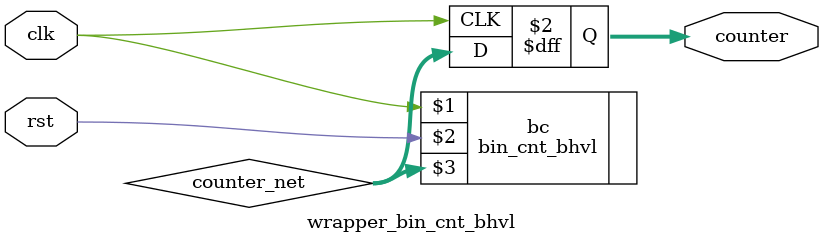
<source format=v>
`timescale 1ns / 1ps

module wrapper_bin_cnt_bhvl(input clk, input rst, output reg[3:0] counter);
	wire [3:0] counter_net;
	always @ (posedge clk)
		 begin
			  counter <= counter_net;
		 end

	bin_cnt_bhvl bc(clk, rst, counter_net);
endmodule
</source>
